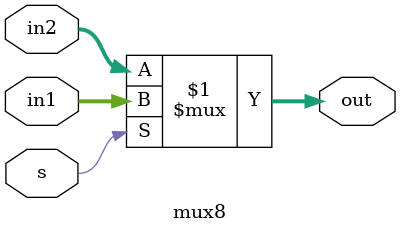
<source format=v>
 
/*  MINI PROJECT IN VERILOG ON GENERAL PURPOSE MICROPROCESSOR
--------------------------------------------------------------------------  
---------------------Coded By Jenson And Salahudheen----------------------
--------------------------------------------------------------------------
--------------------------------------------------------------------------
    
Verilog Description for the Control Unit  */


    module ControlUnit(input Clock,input Reset,input[7:0]IR,input Aneq0,
                       output Halt,output IRload,output PCload,output INmux,
                       output Aload,output JNZmux);
    wire [2:0] d; 
    wire [2:0] q,qbar;                  
                       
       dff d0( q[0], qbar[0], d[0], Clock, Reset); 
       dff d1( q[1], qbar[1], d[1], Clock, Reset);
       dff d2( q[2], qbar[2], d[2], Clock, Reset); 
       
       assign d[0]= (q[2] & q[1] & q[0]) | ((qbar[2] & q[1] & qbar[0]) &((IR[6] & IR[5]) |
                    (IR[7] & IR[5]))) | (qbar[2] & qbar[1] & qbar[0]) ;
                    
       assign d[1]= (q[2] & q[1] & q[0]) | ((qbar[2] & q[1] & qbar[0]) &((IR[6] & IR[5]) |
                    (IR[7] & IR[6]))) | (qbar[2] & qbar[1] & q[0]) ;
        
       assign d[2]= (q[2] & q[1] & q[0]) | (qbar[2] & q[1] & qbar[0] & IR[7]);
    
    
       assign IRload= qbar[2] & qbar[1] & q[0];
       assign PCload= (qbar[2] & qbar[1] & q[0]) | (q[2] & q[1] & qbar[0] & Aneq0);
       assign INmux= qbar[2] & q[1] & q[0];
       assign Aload= (qbar[2] & q[1] & q[0]) | (q[2] & qbar[1] & q[0]);
       assign JNZmux= q[2] & q[1] & qbar[0];
       assign Halt= q[2] & q[1] & q[0];
       
    endmodule
    
 
/*---------------------------------------------------------------------------*/

/*   Verilog Description for DataPath     */

    module DataPath(input Clock,input Reset,input PCload,input IRload ,input INmux,output[7:0]out,
                    input Aload,input JNZmux,input[7:0]in,output Aneq0,output [7:0]IR);
                       
    wire [7:0] romout,net1,dec8out,mux8out,accout,net3;
    wire [3:0] inc4out,mux4out,pcout,net2;
   
   
   
      dffir ir(IR[7:0],net1[7:0],romout[7:0],Clock,Reset,IRload);
      mux4 m4(IR[3:0],inc4out[3:0],JNZmux,mux4out[3:0]);
      dffpc pc(pcout[3:0],net2[3:0],mux4out[3:0],Clock,Reset,PCload);
      incr4 inc4(pcout[3:0],inc4out[3:0]);
      rom r(Clock,pcout[3:0],romout[7:0]);
      mux8 m8(in[7:0],dec8out[7:0],INmux,mux8out[7:0]);
      decr8 dec8(accout[7:0],dec8out[7:0]);
      dffacc acc(accout[7:0],net3[7:0],mux8out[7:0],Clock,Reset,Aload);
    
    assign out=accout;
    assign Aneq0=|accout;
    endmodule
    
/*    ---------------EC 1 Microprocessor-----------------     */
    
    module microprocessor(input [7:0]IN,input Clock,input Reset,output Halt,output [7:0]OUT);
    
    wire [7:0]IR;
      
      ControlUnit ControlU(Clock,Reset,IR[7:0],Aneq0,
                       Halt,IRload,PCload,INmux,
                       Aload,JNZmux);
                       
      DataPath DataP(Clock,Reset,PCload,IRload,INmux,OUT[7:0],
                    Aload,JNZmux,IN[7:0],Aneq0,IR[7:0]);
      
    endmodule
    
    
    
/*  ----------------------------------------------------------------------*/
/*  ----------------------------------------------------------------------*/


/*  Program for IR Register in Data Path  */

    module dffir(output [7:0] q,output  [7:0] qbar,input  [7:0] d,input clk,input clear,input enable);

      dffen d0(q[0],qbar[0],d[0],clk,clear,enable);
      dffen d1(q[1],qbar[1],d[1],clk,clear,enable);
      dffen d2(q[2],qbar[2],d[2],clk,clear,enable);
      dffen d3(q[3],qbar[3],d[3],clk,clear,enable);
      dffen d4(q[4],qbar[4],d[4],clk,clear,enable);
      dffen d5(q[5],qbar[5],d[5],clk,clear,enable);
      dffen d6(q[6],qbar[6],d[6],clk,clear,enable);
      dffen d7(q[7],qbar[7],d[7],clk,clear,enable);

    endmodule
/*------------------------------------------------------------------------*/    


/*  program for PC in DataPath  */

    module dffpc(output [3:0] q,output  [3:0] qbar,input  [3:0] d,input clk,input clear,input enable);
      
      dffen d0(q[0],qbar[0],d[0],clk,clear,enable);
      dffen d1(q[1],qbar[1],d[1],clk,clear,enable);
      dffen d2(q[2],qbar[2],d[2],clk,clear,enable);
      dffen d3(q[3],qbar[3],d[3],clk,clear,enable);
    endmodule
/*  ----------------------------------------------------------------------*/

   
/*  Program for D-Flipflop  */


    module dff(output q,output qbar,input d,input clk,input clear);
      wire s,sbar,r,rbar,cbar;
      
      assign cbar= ~clear;
      assign sbar= ~(rbar & s),
             s= ~(sbar & cbar & clk),
             r= ~(rbar & clk & s),
             rbar= ~(r & cbar & d);
      assign q= ~(s & qbar),
             qbar=~(q & r & cbar);
    endmodule
    
/*------------------------------------------------------------------------*/



/*  Program for D-Flipflop with enable  */


    module dffen(output reg q,output reg qbar,input d,input clk,input clear,input enable);
    
             always @(posedge clk)
              begin
                if(clear==1'b1)
                  begin
                    q=1'b0;
                    qbar=1'b1;
                  end
                else if(enable==1'b1)
                  begin
                    q=d;
                    qbar=~d;
                  end
              end
    endmodule
    
/*------------------------------------------------------------------------*/



/*           Program for ROM             */

    
    module rom(input clk,input [3:0]addr,output reg[7:0] data);
      
      reg [7:0]mem[15:0];
      initial 
      begin
        mem[0]= 8'b01100000;//in
        mem[1]= 8'b10000000;//out
        mem[2]= 8'b10100000;//dec
        mem[3]= 8'b11000001;//jnz
        mem[4]= 8'b11111111;//halt
      end
      always @(posedge clk)
      begin
        data=mem[addr];
      end
    endmodule
        
/*------------------------------------------------------------------------*/


/*  Program for Accumulator in Data Path  */

    module dffacc(output [7:0] q,output  [7:0] qbar,input  [7:0] d,
                               input clk,input clear,input enable);

      dffen d0(q[0],qbar[0],d[0],clk,clear,enable);
      dffen d1(q[1],qbar[1],d[1],clk,clear,enable);
      dffen d2(q[2],qbar[2],d[2],clk,clear,enable);
      dffen d3(q[3],qbar[3],d[3],clk,clear,enable);
      dffen d4(q[4],qbar[4],d[4],clk,clear,enable);
      dffen d5(q[5],qbar[5],d[5],clk,clear,enable);
      dffen d6(q[6],qbar[6],d[6],clk,clear,enable);
      dffen d7(q[7],qbar[7],d[7],clk,clear,enable);

    endmodule
/*------------------------------------------------------------------------*/    


/*  Program for 4-Bit increment in Data Path  */

    module incr4(input [3:0] in,output [3:0] out );

    assign out=in+4'b0001;
    endmodule
/*------------------------------------------------------------------------*/    


/*  Program for 8-Bit decrement in Data Path  */

    module decr8(input [7:0] in,output [7:0] out );

    assign out=in-8'b1;
    endmodule
/*------------------------------------------------------------------------*/    


/*  Program for Mux4 in Data Path  */

    module mux4(input [3:0]in1,input [3:0]in2,input s,output [3:0]out);

    assign out= s ? in1:in2;
    endmodule
/*------------------------------------------------------------------------*/    


/*  Program for Mux8 in Data Path  */

    module mux8(input [7:0]in1,input [7:0]in2,input s,output [7:0]out);

    assign out= s ? in1:in2;
    endmodule
/*------------------------------------------------------------------------*/    




     
      
</source>
